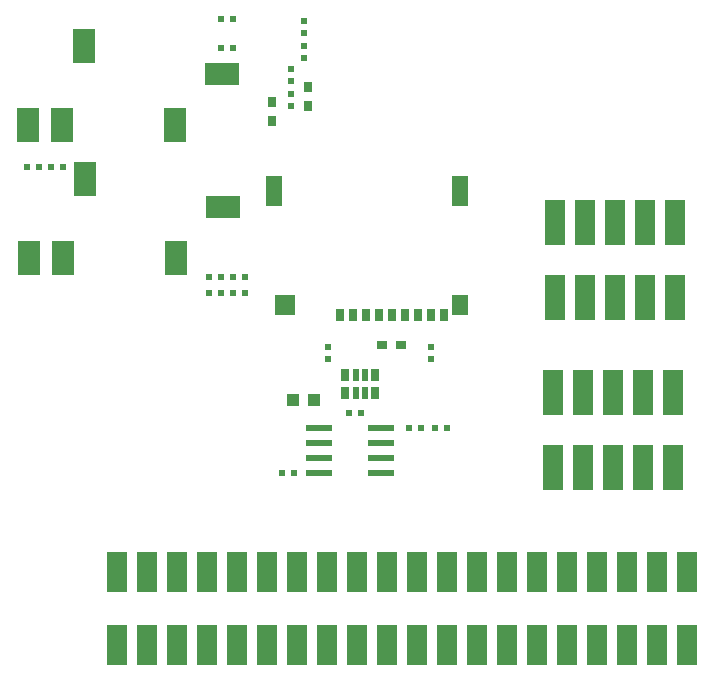
<source format=gbr>
%TF.GenerationSoftware,KiCad,Pcbnew,5.1.5+dfsg1-2build2*%
%TF.CreationDate,2020-06-30T13:18:29+03:00*%
%TF.ProjectId,Lime2-SHIELD_RevB,4c696d65-322d-4534-9849-454c445f5265,D*%
%TF.SameCoordinates,Original*%
%TF.FileFunction,Paste,Top*%
%TF.FilePolarity,Positive*%
%FSLAX46Y46*%
G04 Gerber Fmt 4.6, Leading zero omitted, Abs format (unit mm)*
G04 Created by KiCad (PCBNEW 5.1.5+dfsg1-2build2) date 2020-06-30 13:18:29*
%MOMM*%
%LPD*%
G04 APERTURE LIST*
%ADD10R,0.500000X0.550000*%
%ADD11C,0.100000*%
%ADD12R,2.200000X0.600000*%
%ADD13R,0.508000X1.016000*%
%ADD14R,0.762000X1.016000*%
%ADD15R,1.016000X1.016000*%
%ADD16R,0.550000X0.500000*%
%ADD17R,1.400000X2.600000*%
%ADD18R,1.800000X1.800000*%
%ADD19R,1.400000X1.800000*%
%ADD20R,0.700000X1.100000*%
%ADD21R,1.700000X3.450000*%
%ADD22R,0.800000X0.900000*%
%ADD23R,0.900000X0.800000*%
%ADD24R,1.898400X2.898400*%
%ADD25R,2.898400X1.898400*%
G04 APERTURE END LIST*
D10*
%TO.C,C10*%
X119292000Y-42850000D03*
X120308000Y-42850000D03*
%TD*%
%TO.C,C9*%
X119292000Y-45300000D03*
X120308000Y-45300000D03*
%TD*%
D11*
%TO.C,UEXT2*%
G36*
X148233500Y-78867000D02*
G01*
X148233500Y-82677000D01*
X146533500Y-82677000D01*
X146533500Y-78867000D01*
X148233500Y-78867000D01*
G37*
G36*
X150773500Y-78867000D02*
G01*
X150773500Y-82677000D01*
X149073500Y-82677000D01*
X149073500Y-78867000D01*
X150773500Y-78867000D01*
G37*
G36*
X153313500Y-78867000D02*
G01*
X153313500Y-82677000D01*
X151613500Y-82677000D01*
X151613500Y-78867000D01*
X153313500Y-78867000D01*
G37*
G36*
X155853500Y-78867000D02*
G01*
X155853500Y-82677000D01*
X154153500Y-82677000D01*
X154153500Y-78867000D01*
X155853500Y-78867000D01*
G37*
G36*
X158393500Y-78867000D02*
G01*
X158393500Y-82677000D01*
X156693500Y-82677000D01*
X156693500Y-78867000D01*
X158393500Y-78867000D01*
G37*
G36*
X158393500Y-72517000D02*
G01*
X158393500Y-76327000D01*
X156693500Y-76327000D01*
X156693500Y-72517000D01*
X158393500Y-72517000D01*
G37*
G36*
X155853500Y-72517000D02*
G01*
X155853500Y-76327000D01*
X154153500Y-76327000D01*
X154153500Y-72517000D01*
X155853500Y-72517000D01*
G37*
G36*
X153313500Y-72517000D02*
G01*
X153313500Y-76327000D01*
X151613500Y-76327000D01*
X151613500Y-72517000D01*
X153313500Y-72517000D01*
G37*
G36*
X150773500Y-72517000D02*
G01*
X150773500Y-76327000D01*
X149073500Y-76327000D01*
X149073500Y-72517000D01*
X150773500Y-72517000D01*
G37*
G36*
X148233500Y-72517000D02*
G01*
X148233500Y-76327000D01*
X146533500Y-76327000D01*
X146533500Y-72517000D01*
X148233500Y-72517000D01*
G37*
%TD*%
%TO.C,UEXT1*%
G36*
X148360500Y-64452500D02*
G01*
X148360500Y-68262500D01*
X146660500Y-68262500D01*
X146660500Y-64452500D01*
X148360500Y-64452500D01*
G37*
G36*
X150900500Y-64452500D02*
G01*
X150900500Y-68262500D01*
X149200500Y-68262500D01*
X149200500Y-64452500D01*
X150900500Y-64452500D01*
G37*
G36*
X153440500Y-64452500D02*
G01*
X153440500Y-68262500D01*
X151740500Y-68262500D01*
X151740500Y-64452500D01*
X153440500Y-64452500D01*
G37*
G36*
X155980500Y-64452500D02*
G01*
X155980500Y-68262500D01*
X154280500Y-68262500D01*
X154280500Y-64452500D01*
X155980500Y-64452500D01*
G37*
G36*
X158520500Y-64452500D02*
G01*
X158520500Y-68262500D01*
X156820500Y-68262500D01*
X156820500Y-64452500D01*
X158520500Y-64452500D01*
G37*
G36*
X158520500Y-58102500D02*
G01*
X158520500Y-61912500D01*
X156820500Y-61912500D01*
X156820500Y-58102500D01*
X158520500Y-58102500D01*
G37*
G36*
X155980500Y-58102500D02*
G01*
X155980500Y-61912500D01*
X154280500Y-61912500D01*
X154280500Y-58102500D01*
X155980500Y-58102500D01*
G37*
G36*
X153440500Y-58102500D02*
G01*
X153440500Y-61912500D01*
X151740500Y-61912500D01*
X151740500Y-58102500D01*
X153440500Y-58102500D01*
G37*
G36*
X150900500Y-58102500D02*
G01*
X150900500Y-61912500D01*
X149200500Y-61912500D01*
X149200500Y-58102500D01*
X150900500Y-58102500D01*
G37*
G36*
X148360500Y-58102500D02*
G01*
X148360500Y-61912500D01*
X146660500Y-61912500D01*
X146660500Y-58102500D01*
X148360500Y-58102500D01*
G37*
%TD*%
D12*
%TO.C,U1*%
X127575000Y-81280000D03*
X127575000Y-80010000D03*
X127575000Y-78740000D03*
X127575000Y-77470000D03*
X132775000Y-77470000D03*
X132775000Y-78740000D03*
X132775000Y-80010000D03*
X132775000Y-81280000D03*
%TD*%
D13*
%TO.C,RM1*%
X130683000Y-72961500D03*
X131445000Y-72961500D03*
X130683000Y-74485500D03*
X131445000Y-74485500D03*
D14*
X129794000Y-72961500D03*
X129794000Y-74485500D03*
X132334000Y-72961500D03*
X132334000Y-74485500D03*
%TD*%
D15*
%TO.C,R12*%
X125361000Y-75050000D03*
X127139000Y-75050000D03*
%TD*%
D10*
%TO.C,R11*%
X130111500Y-76136500D03*
X131127500Y-76136500D03*
%TD*%
%TO.C,R10*%
X124396500Y-81280000D03*
X125412500Y-81280000D03*
%TD*%
%TO.C,R9*%
X138366500Y-77470000D03*
X137350500Y-77470000D03*
%TD*%
%TO.C,R8*%
X136207500Y-77470000D03*
X135191500Y-77470000D03*
%TD*%
%TO.C,R7*%
X118237000Y-65976500D03*
X119253000Y-65976500D03*
%TD*%
%TO.C,R6*%
X118237000Y-64643000D03*
X119253000Y-64643000D03*
%TD*%
%TO.C,R5*%
X105918000Y-55372000D03*
X104902000Y-55372000D03*
%TD*%
D16*
%TO.C,R4*%
X125150000Y-49137500D03*
X125150000Y-50153500D03*
%TD*%
%TO.C,R3*%
X125150000Y-47042000D03*
X125150000Y-48058000D03*
%TD*%
%TO.C,R2*%
X137033000Y-70548500D03*
X137033000Y-71564500D03*
%TD*%
%TO.C,R1*%
X128300000Y-70542000D03*
X128300000Y-71558000D03*
%TD*%
D17*
%TO.C,MICRO_SD1*%
X139460000Y-57400000D03*
X123760000Y-57400000D03*
D18*
X124660000Y-67000000D03*
D19*
X139460000Y-67000000D03*
D20*
X138160000Y-67880000D03*
X137060000Y-67880000D03*
X135960000Y-67880000D03*
X134860000Y-67880000D03*
X133760000Y-67880000D03*
X132660000Y-67880000D03*
X131560000Y-67880000D03*
X130460000Y-67880000D03*
X129360000Y-67880000D03*
%TD*%
D21*
%TO.C,GPIO5*%
X110430000Y-95845000D03*
X112970000Y-95845000D03*
X115510000Y-95845000D03*
X118050000Y-95845000D03*
X120590000Y-95845000D03*
X123130000Y-95845000D03*
X125670000Y-95845000D03*
X128210000Y-95845000D03*
X130750000Y-95845000D03*
X133290000Y-95845000D03*
X135830000Y-95845000D03*
X138370000Y-95845000D03*
X140910000Y-95845000D03*
X143450000Y-95845000D03*
X145990000Y-95845000D03*
X148530000Y-95845000D03*
X151070000Y-95845000D03*
X153610000Y-95845000D03*
X156150000Y-95845000D03*
X158690000Y-95845000D03*
X158690000Y-89595000D03*
X156150000Y-89595000D03*
X153610000Y-89595000D03*
X151070000Y-89595000D03*
X148530000Y-89595000D03*
X145990000Y-89595000D03*
X143450000Y-89595000D03*
X140910000Y-89595000D03*
X138370000Y-89595000D03*
X135830000Y-89595000D03*
X133290000Y-89595000D03*
X130750000Y-89595000D03*
X128210000Y-89595000D03*
X125670000Y-89595000D03*
X123130000Y-89595000D03*
X120590000Y-89595000D03*
X118050000Y-89595000D03*
X115510000Y-89595000D03*
X112970000Y-89595000D03*
X110430000Y-89595000D03*
%TD*%
D10*
%TO.C,C8*%
X120269000Y-65976500D03*
X121285000Y-65976500D03*
%TD*%
%TO.C,C7*%
X120269000Y-64643000D03*
X121285000Y-64643000D03*
%TD*%
%TO.C,C6*%
X103822500Y-55372000D03*
X102806500Y-55372000D03*
%TD*%
D22*
%TO.C,C5*%
X126650000Y-48550000D03*
X126650000Y-50150000D03*
%TD*%
%TO.C,C4*%
X123550000Y-51450000D03*
X123550000Y-49850000D03*
%TD*%
D16*
%TO.C,C3*%
X126300000Y-44008000D03*
X126300000Y-42992000D03*
%TD*%
%TO.C,C2*%
X126300000Y-45087500D03*
X126300000Y-46103500D03*
%TD*%
D23*
%TO.C,C1*%
X134467500Y-70421500D03*
X132867500Y-70421500D03*
%TD*%
D24*
%TO.C,AUDIO_JACK_5PIN2*%
X105840000Y-51760000D03*
D25*
X119340000Y-47460000D03*
D24*
X107640000Y-45060000D03*
X115340000Y-51760000D03*
X102940000Y-51760000D03*
%TD*%
%TO.C,AUDIO_JACK_5PIN1*%
X105920000Y-63060000D03*
D25*
X119420000Y-58760000D03*
D24*
X107720000Y-56360000D03*
X115420000Y-63060000D03*
X103020000Y-63060000D03*
%TD*%
M02*

</source>
